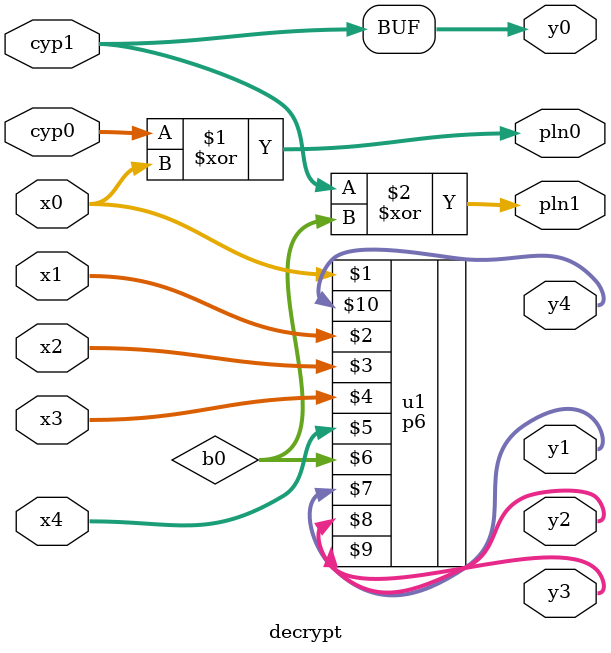
<source format=v>
module decrypt(x0, x1, x2, x3, x4, y0, y1, y2, y3, y4, pln0, pln1, cyp0, cyp1);
	input [63:0] x0, x1, x2, x3, x4, cyp0, cyp1;
	output [63:0] y0, y1, y2, y3, y4, pln0, pln1;

	assign pln0 = cyp0^x0;

	wire [63:0]  b0, b1, b2, b3, b4, c0, d0;
	p6 u1(x0, x1, x2, x3, x4, b0, y1, y2, y3, y4); 	
	assign pln1 = cyp1^b0;
	assign y0 = cyp1;

	endmodule


</source>
